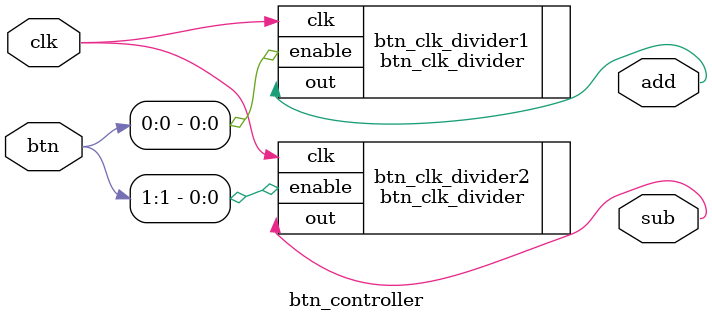
<source format=v>
`timescale 1ns / 1ps

module btn_controller(
	input clk, //25 MHz
	input [1:0] btn,

	output add, //128 Hz
	output sub //128 Hz
    );

		btn_clk_divider btn_clk_divider1 (
		.clk(clk),
		.enable(btn[0]),

		.out(add)
		);

		btn_clk_divider btn_clk_divider2 (
		.clk(clk),
		.enable(btn[1]),

		.out(sub)
		);


endmodule

</source>
